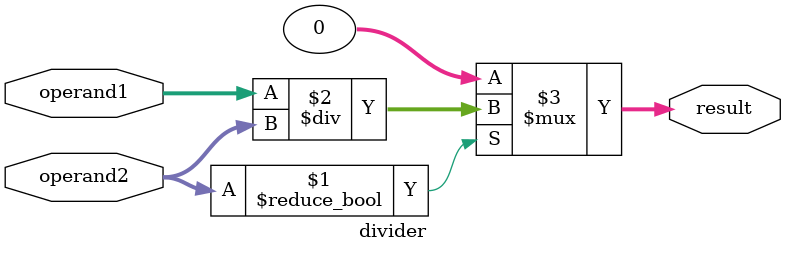
<source format=sv>
module divider (
    input  logic [31:0] operand1,
    input  logic [31:0] operand2,
    output logic [31:0] result
);
    assign result = (operand2 != 0) ? operand1 / operand2 : 32'b0;
endmodule

</source>
